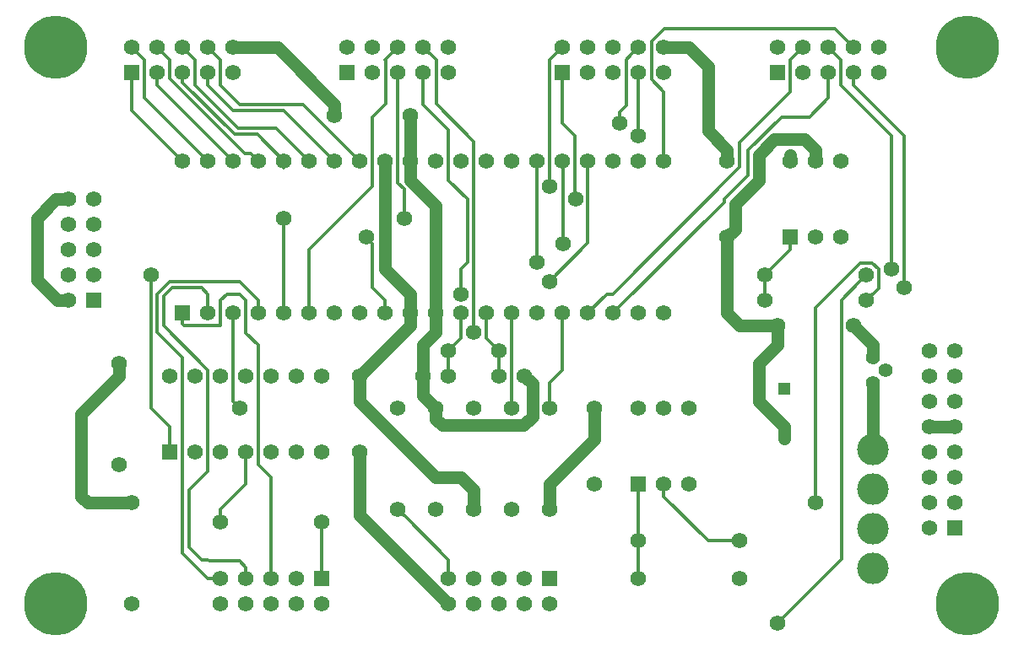
<source format=gtl>
G04 #@! TF.FileFunction,Copper,L1,Top,Signal*
%FSLAX46Y46*%
G04 Gerber Fmt 4.6, Leading zero omitted, Abs format (unit mm)*
G04 Created by KiCad (PCBNEW (2016-03-22 BZR 6643, Git db8c72c)-product) date 3/23/2016 7:44:00 PM*
%MOMM*%
G01*
G04 APERTURE LIST*
%ADD10C,0.100000*%
%ADD11C,6.350000*%
%ADD12C,1.574800*%
%ADD13R,1.574800X1.574800*%
%ADD14R,1.300000X1.300000*%
%ADD15C,1.300000*%
%ADD16C,3.175000*%
%ADD17C,1.397000*%
%ADD18C,1.270000*%
%ADD19C,0.304800*%
G04 APERTURE END LIST*
D10*
D11*
X166370000Y-57150000D03*
X166370000Y-113030000D03*
X74930000Y-113030000D03*
D12*
X109220000Y-103505000D03*
X109220000Y-93345000D03*
X156210000Y-82550000D03*
X146050000Y-82550000D03*
X143510000Y-110490000D03*
X133350000Y-110490000D03*
X124460000Y-103505000D03*
X124460000Y-93345000D03*
X120650000Y-103505000D03*
X120650000Y-93345000D03*
X81280000Y-88900000D03*
X81280000Y-99060000D03*
X91440000Y-104775000D03*
X101600000Y-104775000D03*
X82550000Y-102870000D03*
X82550000Y-113030000D03*
X87630000Y-68580000D03*
D13*
X87630000Y-83820000D03*
D12*
X90170000Y-68580000D03*
X90170000Y-83820000D03*
X92710000Y-68580000D03*
X92710000Y-83820000D03*
X95250000Y-68580000D03*
X95250000Y-83820000D03*
X97790000Y-68580000D03*
X97790000Y-83820000D03*
X100330000Y-68580000D03*
X100330000Y-83820000D03*
X102870000Y-68580000D03*
X102870000Y-83820000D03*
X105410000Y-68580000D03*
X105410000Y-83820000D03*
X107950000Y-68580000D03*
X107950000Y-83820000D03*
X110490000Y-68580000D03*
X110490000Y-83820000D03*
X113030000Y-68580000D03*
X113030000Y-83820000D03*
X115570000Y-68580000D03*
X115570000Y-83820000D03*
X118110000Y-68580000D03*
X118110000Y-83820000D03*
X120650000Y-68580000D03*
X120650000Y-83820000D03*
X123190000Y-68580000D03*
X123190000Y-83820000D03*
X125730000Y-68580000D03*
X125730000Y-83820000D03*
X128270000Y-68580000D03*
X128270000Y-83820000D03*
X130810000Y-68580000D03*
X130810000Y-83820000D03*
X133350000Y-68580000D03*
X133350000Y-83820000D03*
X135890000Y-68580000D03*
X135890000Y-83820000D03*
X148590000Y-68580000D03*
D13*
X148590000Y-76200000D03*
D12*
X151130000Y-68580000D03*
X151130000Y-76200000D03*
X153670000Y-68580000D03*
X153670000Y-76200000D03*
X133350000Y-93345000D03*
D13*
X133350000Y-100965000D03*
D12*
X135890000Y-93345000D03*
X135890000Y-100965000D03*
X138430000Y-93345000D03*
X138430000Y-100965000D03*
X86360000Y-90170000D03*
D13*
X86360000Y-97790000D03*
D12*
X88900000Y-90170000D03*
X88900000Y-97790000D03*
X91440000Y-90170000D03*
X91440000Y-97790000D03*
X93980000Y-90170000D03*
X93980000Y-97790000D03*
X96520000Y-90170000D03*
X96520000Y-97790000D03*
X99060000Y-90170000D03*
X99060000Y-97790000D03*
X101600000Y-90170000D03*
X101600000Y-97790000D03*
X146050000Y-80010000D03*
X156210000Y-80010000D03*
X116840000Y-103505000D03*
X116840000Y-93345000D03*
X113030000Y-103505000D03*
X113030000Y-93345000D03*
X133350000Y-106680000D03*
X143510000Y-106680000D03*
X154940000Y-85090000D03*
X147320000Y-85090000D03*
X128905000Y-93345000D03*
X128905000Y-100965000D03*
X142240000Y-68580000D03*
X142240000Y-76200000D03*
X105410000Y-90170000D03*
X105410000Y-97790000D03*
X102870000Y-64008000D03*
X110490000Y-64008000D03*
D14*
X147955000Y-91440000D03*
D15*
X147955000Y-96440000D03*
D11*
X74930000Y-57150000D03*
D12*
X119380000Y-90170000D03*
X121920000Y-90170000D03*
X114300000Y-90170000D03*
X111760000Y-90170000D03*
X119380000Y-87630000D03*
X114300000Y-87630000D03*
D16*
X156845000Y-97561400D03*
X156845000Y-101523800D03*
X156845000Y-105486200D03*
X156845000Y-109448600D03*
D17*
X156845000Y-88265000D03*
X158115000Y-89535000D03*
X156845000Y-90805000D03*
D13*
X82550000Y-59690000D03*
D12*
X82550000Y-57150000D03*
X85090000Y-59690000D03*
X85090000Y-57150000D03*
X87630000Y-59690000D03*
X87630000Y-57150000D03*
X90170000Y-59690000D03*
X90170000Y-57150000D03*
X92710000Y-59690000D03*
X92710000Y-57150000D03*
D13*
X104140000Y-59690000D03*
D12*
X104140000Y-57150000D03*
X106680000Y-59690000D03*
X106680000Y-57150000D03*
X109220000Y-59690000D03*
X109220000Y-57150000D03*
X111760000Y-59690000D03*
X111760000Y-57150000D03*
X114300000Y-59690000D03*
X114300000Y-57150000D03*
D13*
X125730000Y-59690000D03*
D12*
X125730000Y-57150000D03*
X128270000Y-59690000D03*
X128270000Y-57150000D03*
X130810000Y-59690000D03*
X130810000Y-57150000D03*
X133350000Y-59690000D03*
X133350000Y-57150000D03*
X135890000Y-59690000D03*
X135890000Y-57150000D03*
D13*
X147320000Y-59690000D03*
D12*
X147320000Y-57150000D03*
X149860000Y-59690000D03*
X149860000Y-57150000D03*
X152400000Y-59690000D03*
X152400000Y-57150000D03*
X154940000Y-59690000D03*
X154940000Y-57150000D03*
X157480000Y-59690000D03*
X157480000Y-57150000D03*
D13*
X101600000Y-110490000D03*
D12*
X101600000Y-113030000D03*
X99060000Y-110490000D03*
X99060000Y-113030000D03*
X96520000Y-110490000D03*
X96520000Y-113030000D03*
X93980000Y-110490000D03*
X93980000Y-113030000D03*
X91440000Y-110490000D03*
X91440000Y-113030000D03*
D13*
X124460000Y-110490000D03*
D12*
X124460000Y-113030000D03*
X121920000Y-110490000D03*
X121920000Y-113030000D03*
X119380000Y-110490000D03*
X119380000Y-113030000D03*
X116840000Y-110490000D03*
X116840000Y-113030000D03*
X114300000Y-110490000D03*
X114300000Y-113030000D03*
D13*
X78740000Y-82550000D03*
D12*
X76200000Y-82550000D03*
X78740000Y-80010000D03*
X76200000Y-80010000D03*
X78740000Y-77470000D03*
X76200000Y-77470000D03*
X78740000Y-74930000D03*
X76200000Y-74930000D03*
X78740000Y-72390000D03*
X76200000Y-72390000D03*
D13*
X165100000Y-105410000D03*
D12*
X162560000Y-105410000D03*
X165100000Y-102870000D03*
X162560000Y-102870000D03*
X165100000Y-100330000D03*
X162560000Y-100330000D03*
X165100000Y-97790000D03*
X162560000Y-97790000D03*
X165100000Y-95250000D03*
X162560000Y-95250000D03*
X165100000Y-92710000D03*
X162560000Y-92710000D03*
X165100000Y-90170000D03*
X162560000Y-90170000D03*
X165100000Y-87630000D03*
X162560000Y-87630000D03*
X158750000Y-79375000D03*
X160020000Y-81280000D03*
X124409220Y-80645000D03*
X123190000Y-78740000D03*
X125802428Y-76907428D03*
X106045000Y-76200000D03*
X127021638Y-72390000D03*
X124460000Y-71120000D03*
X133350000Y-66040000D03*
X131445000Y-64770000D03*
X109855000Y-74295000D03*
X97790000Y-74295000D03*
X115570000Y-81915000D03*
X116840000Y-85725000D03*
X93345000Y-93345000D03*
X84455000Y-80010000D03*
X147320000Y-114935000D03*
X151130000Y-102870000D03*
D18*
X113665000Y-95093551D02*
X121813305Y-95093551D01*
X121813305Y-95093551D02*
X122707399Y-94199457D01*
X122707399Y-94199457D02*
X122707399Y-90957399D01*
X122707399Y-90957399D02*
X121920000Y-90170000D01*
X113030000Y-93345000D02*
X113030000Y-94458551D01*
X113030000Y-94458551D02*
X113665000Y-95093551D01*
X114300000Y-113030000D02*
X105410000Y-104140000D01*
X105410000Y-104140000D02*
X105410000Y-97790000D01*
X110490000Y-68580000D02*
X110490000Y-64008000D01*
X113030000Y-83820000D02*
X113030000Y-73025000D01*
X113030000Y-73025000D02*
X110490000Y-70485000D01*
X110490000Y-70485000D02*
X110490000Y-68580000D01*
X113030000Y-85725000D02*
X113030000Y-83820000D01*
X111760000Y-86995000D02*
X113030000Y-85725000D01*
X111760000Y-90170000D02*
X111760000Y-86995000D01*
X111760000Y-92075000D02*
X111760000Y-90170000D01*
X113030000Y-93345000D02*
X111760000Y-92075000D01*
X145415000Y-67945000D02*
X146989810Y-66370190D01*
X146989810Y-66370190D02*
X150033741Y-66370190D01*
X150033741Y-66370190D02*
X151130000Y-67466449D01*
X151130000Y-67466449D02*
X151130000Y-68580000D01*
X145415000Y-70485000D02*
X145415000Y-67945000D01*
X143027399Y-72872601D02*
X145415000Y-70485000D01*
X142240000Y-76200000D02*
X143027399Y-75412601D01*
X143027399Y-75412601D02*
X143027399Y-72872601D01*
X76200000Y-82550000D02*
X75086449Y-82550000D01*
X75086449Y-82550000D02*
X73025000Y-80488551D01*
X73025000Y-74295000D02*
X74930000Y-72390000D01*
X73025000Y-80488551D02*
X73025000Y-74295000D01*
X74930000Y-72390000D02*
X76200000Y-72390000D01*
X147320000Y-85090000D02*
X143510000Y-85090000D01*
X142240000Y-83820000D02*
X142240000Y-76200000D01*
X143510000Y-85090000D02*
X142240000Y-83820000D01*
X147955000Y-96440000D02*
X147955000Y-95250000D01*
X147320000Y-86995000D02*
X147320000Y-85090000D01*
X145415000Y-88900000D02*
X147320000Y-86995000D01*
X145415000Y-92710000D02*
X145415000Y-88900000D01*
X147955000Y-95250000D02*
X145415000Y-92710000D01*
X151130000Y-68580000D02*
X151130000Y-67945000D01*
D19*
X149860000Y-57150000D02*
X148590000Y-58420000D01*
X148590000Y-58420000D02*
X148590000Y-61595000D01*
X148590000Y-61595000D02*
X143510000Y-66675000D01*
X143510000Y-66675000D02*
X143510000Y-69152010D01*
X143510000Y-69152010D02*
X130747010Y-81915000D01*
X130747010Y-81915000D02*
X130175000Y-81915000D01*
X130175000Y-81915000D02*
X128270000Y-83820000D01*
X130810000Y-83820000D02*
X141935189Y-72694811D01*
X141935189Y-72694811D02*
X141935189Y-72420193D01*
X141935189Y-72420193D02*
X144322790Y-70032592D01*
X147680382Y-64135000D02*
X150495000Y-64135000D01*
X144322790Y-70032592D02*
X144322791Y-67492591D01*
X150495000Y-64135000D02*
X152400000Y-62230000D01*
X144322791Y-67492591D02*
X147680382Y-64135000D01*
X152400000Y-62230000D02*
X152400000Y-59690000D01*
X158750000Y-79375000D02*
X158750000Y-66040000D01*
X153619201Y-60909201D02*
X153619201Y-58369201D01*
X153619201Y-58369201D02*
X152400000Y-57150000D01*
X158750000Y-66040000D02*
X153619201Y-60909201D01*
X154940000Y-60960000D02*
X154940000Y-59690000D01*
X160020000Y-66040000D02*
X154940000Y-60960000D01*
X160020000Y-81280000D02*
X160020000Y-66040000D01*
X135890000Y-68580000D02*
X135890000Y-61595000D01*
X135890000Y-61595000D02*
X134645399Y-60350399D01*
X134645399Y-60350399D02*
X134645399Y-56552591D01*
X134645399Y-56552591D02*
X135952990Y-55245000D01*
X135952990Y-55245000D02*
X153035000Y-55245000D01*
X153035000Y-55245000D02*
X154940000Y-57150000D01*
D18*
X102870000Y-64008000D02*
X102870000Y-62894449D01*
X102870000Y-62894449D02*
X97125551Y-57150000D01*
X97125551Y-57150000D02*
X92710000Y-57150000D01*
X140335000Y-59055000D02*
X138430000Y-57150000D01*
X138430000Y-57150000D02*
X135890000Y-57150000D01*
X140335000Y-65561449D02*
X140335000Y-59055000D01*
X142240000Y-68580000D02*
X142240000Y-67466449D01*
X142240000Y-67466449D02*
X140335000Y-65561449D01*
X105410000Y-90170000D02*
X105410000Y-92710000D01*
X116840000Y-101600000D02*
X116840000Y-103505000D01*
X115570000Y-100330000D02*
X116840000Y-101600000D01*
X113030000Y-100330000D02*
X115570000Y-100330000D01*
X105410000Y-92710000D02*
X113030000Y-100330000D01*
X156845000Y-86995000D02*
X154940000Y-85090000D01*
X148590000Y-67945000D02*
X148590000Y-68580000D01*
X124460000Y-103505000D02*
X124460000Y-100965000D01*
X128905000Y-96520000D02*
X128905000Y-93345000D01*
X124460000Y-100965000D02*
X128905000Y-96520000D01*
X110490000Y-83820000D02*
X110490000Y-81915000D01*
X107950000Y-79375000D02*
X107950000Y-68580000D01*
X110490000Y-81915000D02*
X107950000Y-79375000D01*
X110490000Y-83820000D02*
X110490000Y-85090000D01*
X110490000Y-85090000D02*
X105410000Y-90170000D01*
X82550000Y-102870000D02*
X78105000Y-102870000D01*
X81280000Y-90170000D02*
X81280000Y-88900000D01*
X77470000Y-93980000D02*
X81280000Y-90170000D01*
X77470000Y-102235000D02*
X77470000Y-93980000D01*
X78105000Y-102870000D02*
X77470000Y-102235000D01*
X128905000Y-93345000D02*
X128905000Y-93980000D01*
X156845000Y-88265000D02*
X156845000Y-86995000D01*
D19*
X128270000Y-68580000D02*
X128270000Y-76784220D01*
X128270000Y-76784220D02*
X124409220Y-80645000D01*
X123190000Y-68580000D02*
X123190000Y-78740000D01*
X125802428Y-76907428D02*
X125802428Y-68652428D01*
X125802428Y-68652428D02*
X125730000Y-68580000D01*
X106045000Y-76250798D02*
X106045000Y-76200000D01*
X106654601Y-76860399D02*
X106045000Y-76250798D01*
X107950000Y-82550000D02*
X106654601Y-81254601D01*
X106654601Y-81254601D02*
X106654601Y-76860399D01*
X107950000Y-82706449D02*
X107950000Y-82550000D01*
X107950000Y-83820000D02*
X107950000Y-82706449D01*
X127000000Y-71755000D02*
X127021638Y-72390000D01*
X127000000Y-72390000D02*
X127021638Y-72390000D01*
X127000000Y-66040000D02*
X127000000Y-71755000D01*
X125730000Y-64770000D02*
X127000000Y-66040000D01*
X125730000Y-59690000D02*
X125730000Y-64770000D01*
X124460000Y-58420000D02*
X124460000Y-71120000D01*
X125730000Y-57150000D02*
X124460000Y-58420000D01*
X133350000Y-59690000D02*
X133350000Y-66040000D01*
X131445000Y-64770000D02*
X131445000Y-63656449D01*
X132105399Y-62996050D02*
X132105399Y-58394601D01*
X131445000Y-63656449D02*
X132105399Y-62996050D01*
X132105399Y-58394601D02*
X132562601Y-57937399D01*
X132562601Y-57937399D02*
X133350000Y-57150000D01*
X109855000Y-74295000D02*
X109855000Y-71394618D01*
X109855000Y-71394618D02*
X109220000Y-70759618D01*
X109220000Y-70759618D02*
X109220000Y-60803551D01*
X109220000Y-60803551D02*
X109220000Y-59690000D01*
X97790000Y-83820000D02*
X97790000Y-74295000D01*
X109220000Y-57150000D02*
X107950000Y-58420000D01*
X107950000Y-58420000D02*
X107975399Y-58445399D01*
X100330000Y-77470000D02*
X100330000Y-83820000D01*
X107975399Y-58445399D02*
X107975399Y-62839601D01*
X106680000Y-71120000D02*
X100330000Y-77470000D01*
X107975399Y-62839601D02*
X106680000Y-64135000D01*
X106680000Y-64135000D02*
X106680000Y-71120000D01*
X115570000Y-79375000D02*
X115570000Y-81915000D01*
X116205000Y-78740000D02*
X115570000Y-79375000D01*
X116205000Y-72390000D02*
X116205000Y-78740000D01*
X114300000Y-70485000D02*
X116205000Y-72390000D01*
X114300000Y-65405000D02*
X114300000Y-70485000D01*
X111760000Y-62865000D02*
X114300000Y-65405000D01*
X111760000Y-59690000D02*
X111760000Y-62865000D01*
X116840000Y-66624202D02*
X116840000Y-85725000D01*
X113055399Y-62839601D02*
X116840000Y-66624202D01*
X112547399Y-57937399D02*
X113055399Y-58445399D01*
X113055399Y-58445399D02*
X113055399Y-62839601D01*
X111760000Y-57150000D02*
X112547399Y-57937399D01*
X82550000Y-59690000D02*
X82550000Y-63500000D01*
X82550000Y-63500000D02*
X87630000Y-68580000D01*
X82550000Y-57150000D02*
X83820000Y-58420000D01*
X83820000Y-58420000D02*
X83820000Y-62230000D01*
X89382601Y-67792601D02*
X90170000Y-68580000D01*
X83820000Y-62230000D02*
X89382601Y-67792601D01*
X85090000Y-59690000D02*
X85090000Y-60960000D01*
X85090000Y-60960000D02*
X92710000Y-68580000D01*
X85090000Y-57150000D02*
X86360000Y-58420000D01*
X86360000Y-58420000D02*
X86360000Y-60262010D01*
X86360000Y-60262010D02*
X93890591Y-67792601D01*
X93890591Y-67792601D02*
X94462601Y-67792601D01*
X94462601Y-67792601D02*
X95250000Y-68580000D01*
X92855054Y-65894946D02*
X95104946Y-65894946D01*
X95104946Y-65894946D02*
X97790000Y-68580000D01*
X87630000Y-60669892D02*
X92855054Y-65894946D01*
X87630000Y-59690000D02*
X87630000Y-60669892D01*
X97790000Y-69215000D02*
X97790000Y-68580000D01*
X87630000Y-57150000D02*
X88900000Y-58420000D01*
X88900000Y-58420000D02*
X88900000Y-60960000D01*
X88900000Y-60960000D02*
X93225336Y-65285336D01*
X93225336Y-65285336D02*
X97035336Y-65285336D01*
X97035336Y-65285336D02*
X99542601Y-67792601D01*
X99542601Y-67792601D02*
X100330000Y-68580000D01*
X90170000Y-59690000D02*
X90170000Y-60960000D01*
X90170000Y-60960000D02*
X92710000Y-63500000D01*
X92710000Y-63500000D02*
X97790000Y-63500000D01*
X97790000Y-63500000D02*
X102082601Y-67792601D01*
X102082601Y-67792601D02*
X102870000Y-68580000D01*
X90170000Y-57150000D02*
X91440000Y-58420000D01*
X99720390Y-62890390D02*
X104622601Y-67792601D01*
X91440000Y-58420000D02*
X91440000Y-60960000D01*
X91440000Y-60960000D02*
X93370390Y-62890390D01*
X93370390Y-62890390D02*
X99720390Y-62890390D01*
X104622601Y-67792601D02*
X105410000Y-68580000D01*
X92710000Y-92710000D02*
X92710000Y-83820000D01*
X93345000Y-93345000D02*
X92710000Y-92710000D01*
X146050000Y-82550000D02*
X146050000Y-80010000D01*
X148590000Y-76200000D02*
X148590000Y-77470000D01*
X148590000Y-77470000D02*
X146050000Y-80010000D01*
X133350000Y-110490000D02*
X133350000Y-106680000D01*
X133350000Y-106680000D02*
X133350000Y-100965000D01*
X124460000Y-93345000D02*
X124460000Y-90805000D01*
X125730000Y-89535000D02*
X125730000Y-83820000D01*
X124460000Y-90805000D02*
X125730000Y-89535000D01*
X120650000Y-83820000D02*
X120650000Y-93345000D01*
X93980000Y-100965000D02*
X93980000Y-97790000D01*
X91440000Y-103505000D02*
X93980000Y-100965000D01*
X91440000Y-104775000D02*
X91440000Y-103505000D01*
X115570000Y-83820000D02*
X115570000Y-86360000D01*
X115570000Y-86360000D02*
X114300000Y-87630000D01*
X114300000Y-87630000D02*
X114300000Y-90170000D01*
X118110000Y-83820000D02*
X118110000Y-86360000D01*
X118110000Y-86360000D02*
X119380000Y-87630000D01*
X119380000Y-87630000D02*
X119380000Y-90170000D01*
X86360000Y-97790000D02*
X86360000Y-95250000D01*
X84455000Y-93345000D02*
X84455000Y-80010000D01*
X86360000Y-95250000D02*
X84455000Y-93345000D01*
D18*
X156845000Y-97561400D02*
X156845000Y-90805000D01*
X165100000Y-95250000D02*
X162560000Y-95250000D01*
D19*
X147320000Y-114935000D02*
X153695399Y-108559601D01*
X153695399Y-108559601D02*
X153695399Y-82524601D01*
X153695399Y-82524601D02*
X155422601Y-80797399D01*
X155422601Y-80797399D02*
X156210000Y-80010000D01*
X143510000Y-106680000D02*
X140335000Y-106680000D01*
X135890000Y-102235000D02*
X135890000Y-100965000D01*
X140335000Y-106680000D02*
X135890000Y-102235000D01*
X114300000Y-110490000D02*
X114300000Y-108585000D01*
X114300000Y-108585000D02*
X110007399Y-104292399D01*
X110007399Y-104292399D02*
X109220000Y-103505000D01*
X151130000Y-102870000D02*
X151130000Y-83285582D01*
X151130000Y-83285582D02*
X155624783Y-78790799D01*
X155624783Y-78790799D02*
X156795217Y-78790799D01*
X156795217Y-78790799D02*
X157429201Y-79424783D01*
X156997399Y-81762601D02*
X156210000Y-82550000D01*
X157429201Y-79424783D02*
X157429201Y-81330799D01*
X157429201Y-81330799D02*
X156997399Y-81762601D01*
X91440000Y-110490000D02*
X90170000Y-110490000D01*
X86360000Y-80645000D02*
X93345000Y-80645000D01*
X90170000Y-110490000D02*
X87630000Y-107950000D01*
X87630000Y-107950000D02*
X87630000Y-88265000D01*
X87630000Y-88265000D02*
X85090000Y-85725000D01*
X85090000Y-85725000D02*
X85090000Y-81915000D01*
X85090000Y-81915000D02*
X86360000Y-80645000D01*
X95250000Y-82550000D02*
X95250000Y-83820000D01*
X93345000Y-80645000D02*
X95250000Y-82550000D01*
X93980000Y-110490000D02*
X93980000Y-109376449D01*
X93980000Y-109376449D02*
X93345000Y-108741449D01*
X93345000Y-108741449D02*
X90326449Y-108741449D01*
X90326449Y-108741449D02*
X90170000Y-108585000D01*
X90170000Y-81915000D02*
X90170000Y-83820000D01*
X90170000Y-108585000D02*
X89535000Y-108585000D01*
X89535000Y-108585000D02*
X88265000Y-107315000D01*
X85725000Y-82106196D02*
X86551196Y-81280000D01*
X88265000Y-107315000D02*
X88265000Y-101600000D01*
X86551196Y-81280000D02*
X89535000Y-81280000D01*
X88265000Y-101600000D02*
X90170000Y-99695000D01*
X90170000Y-99695000D02*
X90170000Y-89535000D01*
X90170000Y-89535000D02*
X85725000Y-85090000D01*
X85725000Y-85090000D02*
X85725000Y-82106196D01*
X89535000Y-81280000D02*
X90170000Y-81915000D01*
X101600000Y-110490000D02*
X101600000Y-104775000D01*
X96520000Y-110490000D02*
X96520000Y-100330000D01*
X87630000Y-84912200D02*
X87630000Y-83820000D01*
X96520000Y-100330000D02*
X95199201Y-99009201D01*
X95199201Y-99009201D02*
X95199201Y-87045799D01*
X95199201Y-87045799D02*
X93980000Y-85826598D01*
X91440000Y-85090000D02*
X87807800Y-85090000D01*
X87807800Y-85090000D02*
X87630000Y-84912200D01*
X93980000Y-85826598D02*
X93980000Y-82550000D01*
X93980000Y-82550000D02*
X93345000Y-81915000D01*
X93345000Y-81915000D02*
X92075000Y-81915000D01*
X92075000Y-81915000D02*
X91440000Y-82550000D01*
X91440000Y-82550000D02*
X91440000Y-85090000D01*
M02*

</source>
